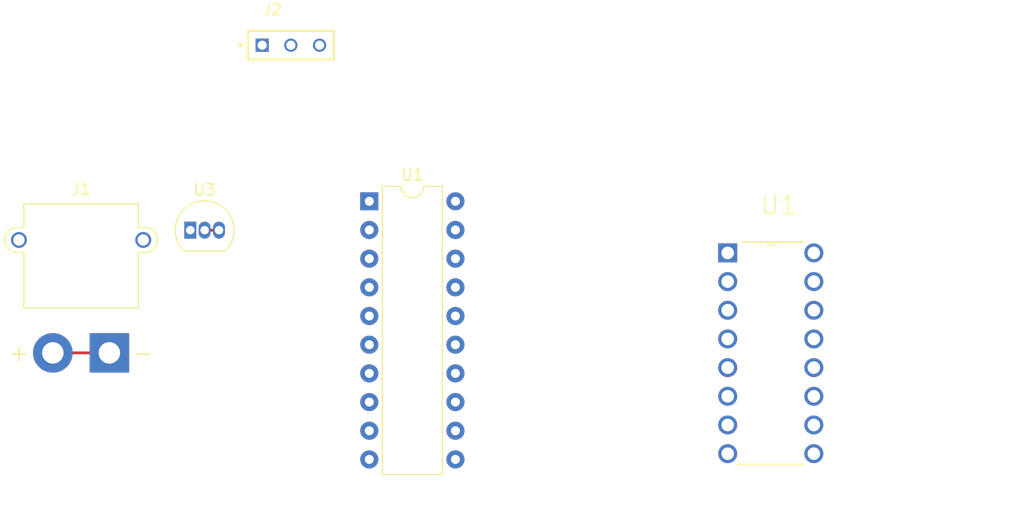
<source format=kicad_pcb>
(kicad_pcb (version 20221018) (generator pcbnew)
  (layers (0 "F.Cu" signal) (31 "B.Cu" signal) (34 "B.Paste" user) (35 "F.Paste" user) (36 "B.SilkS" user "B.Silkscreen") (37 "F.SilkS" user "F.Silkscreen") (38 "B.Mask" user) (39 "F.Mask" user) (44 "Edge.Cuts" user))
  (net 0 "")
  (net 37 "+12V")
  (net 39 "A")
  (footprint "Package_TO_SOT_THT:TO-92_Inline" (layer "F.Cu") (at 130.76 74.08)
    (fp_text reference "U3" (at 1.27 -3.56) (layer "F.SilkS"))
    (fp_text value "L78L09_TO92")
    (fp_line (start -0.53 1.85) (end 3.07 1.85) (stroke (width 0.12)) (layer "F.SilkS"))
    (fp_arc (start -0.568478 1.838478) (mid -1.132087 -0.994977) (end 1.27 -2.6) (stroke (width 0.12)) (layer "F.SilkS"))
    (fp_arc (start 1.27 -2.6) (mid 3.672087 -0.994977) (end 3.108478 1.838478) (stroke (width 0.12)) (layer "F.SilkS"))
    (pad "1" thru_hole rect (at 0 0) (size 1.05 1.5) (drill 0.75) (layers "*.Cu" "*.Mask"))
    (pad "2" thru_hole oval (at 1.27 0) (size 1.05 1.5) (drill 0.75) (layers "*.Cu" "*.Mask") (net 39 "A"))
    (pad "3" thru_hole oval (at 2.54 0) (size 1.05 1.5) (drill 0.75) (layers "*.Cu" "*.Mask") (net 39 "A"))
  )
  (footprint "Package_DIP:DIP-20_W7.62mm" (layer "F.Cu") (at 146.6 71.525)
    (fp_text reference "U1" (at 3.81 -2.33) (layer "F.SilkS"))
    (fp_text value "74AHC374")
    (fp_line (start 1.16 -1.33) (end 1.16 24.19) (stroke (width 0.12)) (layer "F.SilkS"))
    (fp_line (start 1.16 24.19) (end 6.46 24.19) (stroke (width 0.12)) (layer "F.SilkS"))
    (fp_line (start 2.81 -1.33) (end 1.16 -1.33) (stroke (width 0.12)) (layer "F.SilkS"))
    (fp_line (start 6.46 -1.33) (end 4.81 -1.33) (stroke (width 0.12)) (layer "F.SilkS"))
    (fp_line (start 6.46 24.19) (end 6.46 -1.33) (stroke (width 0.12)) (layer "F.SilkS"))
    (fp_arc (start 4.81 -1.33) (mid 3.81 -0.33) (end 2.81 -1.33) (stroke (width 0.12)) (layer "F.SilkS"))
    (pad "1" thru_hole rect (at 0 0) (size 1.6 1.6) (drill 0.8) (layers "*.Cu" "*.Mask"))
    (pad "2" thru_hole oval (at 0 2.54) (size 1.6 1.6) (drill 0.8) (layers "*.Cu" "*.Mask"))
    (pad "3" thru_hole oval (at 0 5.08) (size 1.6 1.6) (drill 0.8) (layers "*.Cu" "*.Mask"))
    (pad "4" thru_hole oval (at 0 7.62) (size 1.6 1.6) (drill 0.8) (layers "*.Cu" "*.Mask"))
    (pad "5" thru_hole oval (at 0 10.16) (size 1.6 1.6) (drill 0.8) (layers "*.Cu" "*.Mask"))
    (pad "6" thru_hole oval (at 0 12.7) (size 1.6 1.6) (drill 0.8) (layers "*.Cu" "*.Mask"))
    (pad "7" thru_hole oval (at 0 15.24) (size 1.6 1.6) (drill 0.8) (layers "*.Cu" "*.Mask"))
    (pad "8" thru_hole oval (at 0 17.78) (size 1.6 1.6) (drill 0.8) (layers "*.Cu" "*.Mask"))
    (pad "9" thru_hole oval (at 0 20.32) (size 1.6 1.6) (drill 0.8) (layers "*.Cu" "*.Mask"))
    (pad "10" thru_hole oval (at 0 22.86) (size 1.6 1.6) (drill 0.8) (layers "*.Cu" "*.Mask"))
    (pad "11" thru_hole oval (at 7.62 22.86) (size 1.6 1.6) (drill 0.8) (layers "*.Cu" "*.Mask"))
    (pad "12" thru_hole oval (at 7.62 20.32) (size 1.6 1.6) (drill 0.8) (layers "*.Cu" "*.Mask"))
    (pad "13" thru_hole oval (at 7.62 17.78) (size 1.6 1.6) (drill 0.8) (layers "*.Cu" "*.Mask"))
    (pad "14" thru_hole oval (at 7.62 15.24) (size 1.6 1.6) (drill 0.8) (layers "*.Cu" "*.Mask"))
    (pad "15" thru_hole oval (at 7.62 12.7) (size 1.6 1.6) (drill 0.8) (layers "*.Cu" "*.Mask"))
    (pad "16" thru_hole oval (at 7.62 10.16) (size 1.6 1.6) (drill 0.8) (layers "*.Cu" "*.Mask"))
    (pad "17" thru_hole oval (at 7.62 7.62) (size 1.6 1.6) (drill 0.8) (layers "*.Cu" "*.Mask"))
    (pad "18" thru_hole oval (at 7.62 5.08) (size 1.6 1.6) (drill 0.8) (layers "*.Cu" "*.Mask"))
    (pad "19" thru_hole oval (at 7.62 2.54) (size 1.6 1.6) (drill 0.8) (layers "*.Cu" "*.Mask"))
    (pad "20" thru_hole oval (at 7.62 0) (size 1.6 1.6) (drill 0.8) (layers "*.Cu" "*.Mask"))
  )
  (footprint "Connector_AMASS:AMASS_XT30PW-M_1x02_P2.50mm_Horizontal" (layer "F.Cu") (at 123.6 84.95)
    (fp_text reference "J1" (at -2.5 -14.5) (layer "F.SilkS"))
    (fp_text value "Conn_01x03_Pin")
    (fp_text user "-" (at 3 0) (layer "F.SilkS") (effects (font (size 1.5 1.5))))
    (fp_text user "+" (at -8 0) (layer "F.SilkS") (effects (font (size 1.5 1.5))))
    (fp_line (start -8.15 -11.11) (end -7.56 -11.11) (stroke (width 0.12)) (layer "F.SilkS"))
    (fp_line (start -8.15 -8.89) (end -7.56 -8.89) (stroke (width 0.12)) (layer "F.SilkS"))
    (fp_line (start -7.56 -13.21) (end -7.56 -11.11) (stroke (width 0.12)) (layer "F.SilkS"))
    (fp_line (start -7.56 -13.21) (end 2.56 -13.21) (stroke (width 0.12)) (layer "F.SilkS"))
    (fp_line (start -7.56 -8.89) (end -7.56 -3.99) (stroke (width 0.12)) (layer "F.SilkS"))
    (fp_line (start -7.56 -3.99) (end 2.56 -3.99) (stroke (width 0.12)) (layer "F.SilkS"))
    (fp_line (start 2.56 -13.21) (end 2.56 -11.11) (stroke (width 0.12)) (layer "F.SilkS"))
    (fp_line (start 2.56 -11.11) (end 3.15 -11.11) (stroke (width 0.12)) (layer "F.SilkS"))
    (fp_line (start 2.56 -8.89) (end 2.56 -3.99) (stroke (width 0.12)) (layer "F.SilkS"))
    (fp_line (start 2.56 -8.89) (end 3.15 -8.89) (stroke (width 0.12)) (layer "F.SilkS"))
    (fp_arc (start -8.15 -8.89) (mid -9.26 -10) (end -8.15 -11.11) (stroke (width 0.12)) (layer "F.SilkS"))
    (fp_arc (start 3.15 -11.11) (mid 4.26 -10) (end 3.15 -8.89) (stroke (width 0.12)) (layer "F.SilkS"))
    (pad "" thru_hole circle (at -8 -10) (size 1.4 1.4) (drill 1) (layers "*.Cu" "*.Mask"))
    (pad "" thru_hole circle (at 3 -10) (size 1.4 1.4) (drill 1) (layers "*.Cu" "*.Mask"))
    (pad "1" thru_hole rect (at 0 0) (size 3.5 3.5) (drill 1.9) (layers "*.Cu" "*.Mask") (net 37 "+12V"))
    (pad "2" thru_hole circle (at -5 0) (size 3.5 3.5) (drill 1.9) (layers "*.Cu" "*.Mask") (net 37 "+12V"))
  )
  (footprint "TS-103-T-A-1 (1):SAMTEC_TS-103-T-A-1" (layer "F.Cu") (at 139.66 57.7)
    (fp_text reference "J2" (at -1.635 -3.155) (layer "F.SilkS"))
    (fp_text value "Conn_01x03_Pin")
    (fp_line (start -3.81 1.27) (end -3.81 -1.27) (stroke (width 0.2)) (layer "F.SilkS"))
    (fp_line (start 3.81 -1.27) (end -3.81 -1.27) (stroke (width 0.2)) (layer "F.SilkS"))
    (fp_line (start 3.81 -1.27) (end 3.81 1.27) (stroke (width 0.2)) (layer "F.SilkS"))
    (fp_line (start 3.81 1.27) (end -3.81 1.27) (stroke (width 0.2)) (layer "F.SilkS"))
    (fp_circle (center -4.46 0) (end -4.36 0) (stroke (width 0.2)) (fill none) (layer "F.SilkS"))
    (pad "01" thru_hole rect (at -2.54 0) (size 1.1628 1.1628) (drill 0.8128) (layers "*.Cu" "*.Mask"))
    (pad "02" thru_hole circle (at 0 0) (size 1.1628 1.1628) (drill 0.8128) (layers "*.Cu" "*.Mask"))
    (pad "03" thru_hole circle (at 2.54 0) (size 1.1628 1.1628) (drill 0.8128) (layers "*.Cu" "*.Mask"))
  )
  (footprint "XR2206CP-F:DIP254P762X533-16" (layer "F.Cu") (at 185.93 93.875)
    (fp_text reference "U1" (at -3.10073 -22.01015) (layer "F.SilkS") (effects (font (size 1.641024 1.641024))))
    (fp_text value "XR2206CP-F")
    (fp_line (start -6.731 0.9652) (end -0.889 0.9652) (stroke (width 0.1524)) (layer "F.SilkS"))
    (fp_line (start -4.1148 -18.7452) (end -6.2992 -18.7452) (stroke (width 0.1524)) (layer "F.SilkS"))
    (fp_line (start -3.5052 -18.7452) (end -4.1148 -18.7452) (stroke (width 0.1524)) (layer "F.SilkS"))
    (fp_line (start -0.889 -18.7452) (end -3.5052 -18.7452) (stroke (width 0.1524)) (layer "F.SilkS"))
    (fp_arc (start -3.5052 -18.7452) (mid -3.81 -18.4404) (end -4.1148 -18.7452) (stroke (width 0.1524)) (layer "F.SilkS"))
    (pad "1" thru_hole rect (at -7.62 -17.78) (size 1.6764 1.6764) (drill 1.1176) (layers "*.Cu" "*.Mask"))
    (pad "2" thru_hole circle (at -7.62 -15.24) (size 1.6764 1.6764) (drill 1.1176) (layers "*.Cu" "*.Mask"))
    (pad "3" thru_hole circle (at -7.62 -12.7) (size 1.6764 1.6764) (drill 1.1176) (layers "*.Cu" "*.Mask"))
    (pad "4" thru_hole circle (at -7.62 -10.16) (size 1.6764 1.6764) (drill 1.1176) (layers "*.Cu" "*.Mask"))
    (pad "5" thru_hole circle (at -7.62 -7.62) (size 1.6764 1.6764) (drill 1.1176) (layers "*.Cu" "*.Mask"))
    (pad "6" thru_hole circle (at -7.62 -5.08) (size 1.6764 1.6764) (drill 1.1176) (layers "*.Cu" "*.Mask"))
    (pad "7" thru_hole circle (at -7.62 -2.54) (size 1.6764 1.6764) (drill 1.1176) (layers "*.Cu" "*.Mask"))
    (pad "8" thru_hole circle (at -7.62 0) (size 1.6764 1.6764) (drill 1.1176) (layers "*.Cu" "*.Mask"))
    (pad "9" thru_hole circle (at 0 0) (size 1.6764 1.6764) (drill 1.1176) (layers "*.Cu" "*.Mask"))
    (pad "10" thru_hole circle (at 0 -2.54) (size 1.6764 1.6764) (drill 1.1176) (layers "*.Cu" "*.Mask"))
    (pad "11" thru_hole circle (at 0 -5.08) (size 1.6764 1.6764) (drill 1.1176) (layers "*.Cu" "*.Mask"))
    (pad "12" thru_hole circle (at 0 -7.62) (size 1.6764 1.6764) (drill 1.1176) (layers "*.Cu" "*.Mask"))
    (pad "13" thru_hole circle (at 0 -10.16) (size 1.6764 1.6764) (drill 1.1176) (layers "*.Cu" "*.Mask"))
    (pad "14" thru_hole circle (at 0 -12.7) (size 1.6764 1.6764) (drill 1.1176) (layers "*.Cu" "*.Mask"))
    (pad "15" thru_hole circle (at 0 -15.24) (size 1.6764 1.6764) (drill 1.1176) (layers "*.Cu" "*.Mask"))
    (pad "16" thru_hole circle (at 0 -17.78) (size 1.6764 1.6764) (drill 1.1176) (layers "*.Cu" "*.Mask"))
  )
  (segment (start 123.6 84.95) (end 118.6 84.95) (width 0.25) (layer "F.Cu") (net 37))
  (segment (start 133.3 74.08) (end 132.03 74.08) (width 0.25) (layer "F.Cu") (net 39))
)
</source>
